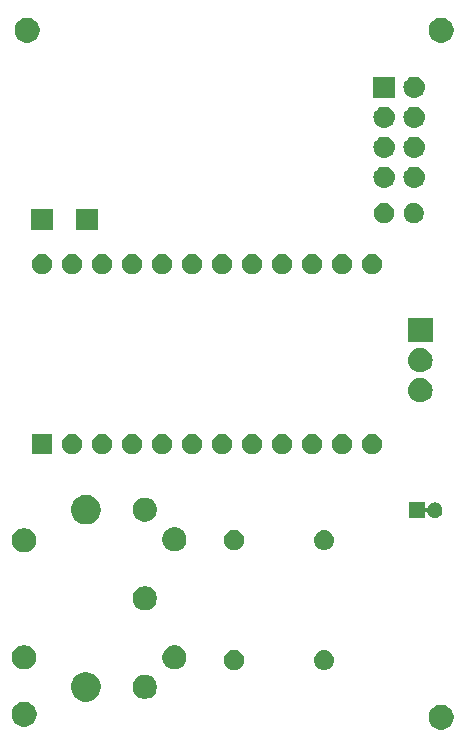
<source format=gbr>
G04 #@! TF.GenerationSoftware,KiCad,Pcbnew,(5.1.4-0-10_14)*
G04 #@! TF.CreationDate,2019-12-23T11:43:40-06:00*
G04 #@! TF.ProjectId,MIDI_RECEIVER,4d494449-5f52-4454-9345-495645522e6b,rev?*
G04 #@! TF.SameCoordinates,Original*
G04 #@! TF.FileFunction,Soldermask,Bot*
G04 #@! TF.FilePolarity,Negative*
%FSLAX46Y46*%
G04 Gerber Fmt 4.6, Leading zero omitted, Abs format (unit mm)*
G04 Created by KiCad (PCBNEW (5.1.4-0-10_14)) date 2019-12-23 11:43:40*
%MOMM*%
%LPD*%
G04 APERTURE LIST*
%ADD10C,0.100000*%
G04 APERTURE END LIST*
D10*
G36*
X139752564Y-136149389D02*
G01*
X139943833Y-136228615D01*
X139943835Y-136228616D01*
X139954926Y-136236027D01*
X140115973Y-136343635D01*
X140262365Y-136490027D01*
X140377385Y-136662167D01*
X140456611Y-136853436D01*
X140497000Y-137056484D01*
X140497000Y-137263516D01*
X140456611Y-137466564D01*
X140411292Y-137575973D01*
X140377384Y-137657835D01*
X140262365Y-137829973D01*
X140115973Y-137976365D01*
X139943835Y-138091384D01*
X139943834Y-138091385D01*
X139943833Y-138091385D01*
X139752564Y-138170611D01*
X139549516Y-138211000D01*
X139342484Y-138211000D01*
X139139436Y-138170611D01*
X138948167Y-138091385D01*
X138948166Y-138091385D01*
X138948165Y-138091384D01*
X138776027Y-137976365D01*
X138629635Y-137829973D01*
X138514616Y-137657835D01*
X138480708Y-137575973D01*
X138435389Y-137466564D01*
X138395000Y-137263516D01*
X138395000Y-137056484D01*
X138435389Y-136853436D01*
X138514615Y-136662167D01*
X138629635Y-136490027D01*
X138776027Y-136343635D01*
X138937074Y-136236027D01*
X138948165Y-136228616D01*
X138948167Y-136228615D01*
X139139436Y-136149389D01*
X139342484Y-136109000D01*
X139549516Y-136109000D01*
X139752564Y-136149389D01*
X139752564Y-136149389D01*
G37*
G36*
X104446564Y-135895389D02*
G01*
X104637833Y-135974615D01*
X104637835Y-135974616D01*
X104809973Y-136089635D01*
X104956365Y-136236027D01*
X105071385Y-136408167D01*
X105150611Y-136599436D01*
X105191000Y-136802484D01*
X105191000Y-137009516D01*
X105150611Y-137212564D01*
X105129506Y-137263516D01*
X105071384Y-137403835D01*
X104956365Y-137575973D01*
X104809973Y-137722365D01*
X104637835Y-137837384D01*
X104637834Y-137837385D01*
X104637833Y-137837385D01*
X104446564Y-137916611D01*
X104243516Y-137957000D01*
X104036484Y-137957000D01*
X103833436Y-137916611D01*
X103642167Y-137837385D01*
X103642166Y-137837385D01*
X103642165Y-137837384D01*
X103470027Y-137722365D01*
X103323635Y-137575973D01*
X103208616Y-137403835D01*
X103150494Y-137263516D01*
X103129389Y-137212564D01*
X103089000Y-137009516D01*
X103089000Y-136802484D01*
X103129389Y-136599436D01*
X103208615Y-136408167D01*
X103323635Y-136236027D01*
X103470027Y-136089635D01*
X103642165Y-135974616D01*
X103642167Y-135974615D01*
X103833436Y-135895389D01*
X104036484Y-135855000D01*
X104243516Y-135855000D01*
X104446564Y-135895389D01*
X104446564Y-135895389D01*
G37*
G36*
X109724903Y-133387075D02*
G01*
X109952571Y-133481378D01*
X110157466Y-133618285D01*
X110331715Y-133792534D01*
X110468622Y-133997429D01*
X110562925Y-134225097D01*
X110611000Y-134466787D01*
X110611000Y-134713213D01*
X110562925Y-134954903D01*
X110468622Y-135182571D01*
X110331715Y-135387466D01*
X110157466Y-135561715D01*
X109952571Y-135698622D01*
X109952570Y-135698623D01*
X109952569Y-135698623D01*
X109724903Y-135792925D01*
X109483214Y-135841000D01*
X109236786Y-135841000D01*
X108995097Y-135792925D01*
X108767431Y-135698623D01*
X108767430Y-135698623D01*
X108767429Y-135698622D01*
X108562534Y-135561715D01*
X108388285Y-135387466D01*
X108251378Y-135182571D01*
X108157075Y-134954903D01*
X108109000Y-134713213D01*
X108109000Y-134466787D01*
X108157075Y-134225097D01*
X108251378Y-133997429D01*
X108388285Y-133792534D01*
X108562534Y-133618285D01*
X108767429Y-133481378D01*
X108995097Y-133387075D01*
X109236786Y-133339000D01*
X109483214Y-133339000D01*
X109724903Y-133387075D01*
X109724903Y-133387075D01*
G37*
G36*
X114659272Y-133603428D02*
G01*
X114845991Y-133680770D01*
X114845993Y-133680771D01*
X115014037Y-133793054D01*
X115156946Y-133935963D01*
X115198016Y-133997429D01*
X115269230Y-134104009D01*
X115346572Y-134290728D01*
X115386000Y-134488947D01*
X115386000Y-134691053D01*
X115346572Y-134889272D01*
X115269230Y-135075991D01*
X115269229Y-135075993D01*
X115156946Y-135244037D01*
X115014037Y-135386946D01*
X114845993Y-135499229D01*
X114845992Y-135499230D01*
X114845991Y-135499230D01*
X114659272Y-135576572D01*
X114461053Y-135616000D01*
X114258947Y-135616000D01*
X114060728Y-135576572D01*
X113874009Y-135499230D01*
X113874008Y-135499230D01*
X113874007Y-135499229D01*
X113705963Y-135386946D01*
X113563054Y-135244037D01*
X113450771Y-135075993D01*
X113450770Y-135075991D01*
X113373428Y-134889272D01*
X113334000Y-134691053D01*
X113334000Y-134488947D01*
X113373428Y-134290728D01*
X113450770Y-134104009D01*
X113521984Y-133997429D01*
X113563054Y-133935963D01*
X113705963Y-133793054D01*
X113874007Y-133680771D01*
X113874009Y-133680770D01*
X114060728Y-133603428D01*
X114258947Y-133564000D01*
X114461053Y-133564000D01*
X114659272Y-133603428D01*
X114659272Y-133603428D01*
G37*
G36*
X129706823Y-131495313D02*
G01*
X129867242Y-131543976D01*
X129934361Y-131579852D01*
X130015078Y-131622996D01*
X130144659Y-131729341D01*
X130251004Y-131858922D01*
X130251005Y-131858924D01*
X130330024Y-132006758D01*
X130378687Y-132167177D01*
X130395117Y-132334000D01*
X130378687Y-132500823D01*
X130330024Y-132661242D01*
X130285769Y-132744037D01*
X130251004Y-132809078D01*
X130144659Y-132938659D01*
X130015078Y-133045004D01*
X130015076Y-133045005D01*
X129867242Y-133124024D01*
X129706823Y-133172687D01*
X129581804Y-133185000D01*
X129498196Y-133185000D01*
X129373177Y-133172687D01*
X129212758Y-133124024D01*
X129064924Y-133045005D01*
X129064922Y-133045004D01*
X128935341Y-132938659D01*
X128828996Y-132809078D01*
X128794231Y-132744037D01*
X128749976Y-132661242D01*
X128701313Y-132500823D01*
X128684883Y-132334000D01*
X128701313Y-132167177D01*
X128749976Y-132006758D01*
X128828995Y-131858924D01*
X128828996Y-131858922D01*
X128935341Y-131729341D01*
X129064922Y-131622996D01*
X129145639Y-131579852D01*
X129212758Y-131543976D01*
X129373177Y-131495313D01*
X129498196Y-131483000D01*
X129581804Y-131483000D01*
X129706823Y-131495313D01*
X129706823Y-131495313D01*
G37*
G36*
X122168228Y-131515703D02*
G01*
X122323100Y-131579853D01*
X122462481Y-131672985D01*
X122581015Y-131791519D01*
X122674147Y-131930900D01*
X122738297Y-132085772D01*
X122771000Y-132250184D01*
X122771000Y-132417816D01*
X122738297Y-132582228D01*
X122674147Y-132737100D01*
X122581015Y-132876481D01*
X122462481Y-132995015D01*
X122323100Y-133088147D01*
X122168228Y-133152297D01*
X122003816Y-133185000D01*
X121836184Y-133185000D01*
X121671772Y-133152297D01*
X121516900Y-133088147D01*
X121377519Y-132995015D01*
X121258985Y-132876481D01*
X121165853Y-132737100D01*
X121101703Y-132582228D01*
X121069000Y-132417816D01*
X121069000Y-132250184D01*
X121101703Y-132085772D01*
X121165853Y-131930900D01*
X121258985Y-131791519D01*
X121377519Y-131672985D01*
X121516900Y-131579853D01*
X121671772Y-131515703D01*
X121836184Y-131483000D01*
X122003816Y-131483000D01*
X122168228Y-131515703D01*
X122168228Y-131515703D01*
G37*
G36*
X117159272Y-131103428D02*
G01*
X117321851Y-131170771D01*
X117345993Y-131180771D01*
X117514037Y-131293054D01*
X117656946Y-131435963D01*
X117769229Y-131604007D01*
X117769230Y-131604009D01*
X117846572Y-131790728D01*
X117886000Y-131988947D01*
X117886000Y-132191053D01*
X117846572Y-132389272D01*
X117800365Y-132500825D01*
X117769229Y-132575993D01*
X117656946Y-132744037D01*
X117514037Y-132886946D01*
X117345993Y-132999229D01*
X117345992Y-132999230D01*
X117345991Y-132999230D01*
X117159272Y-133076572D01*
X116961053Y-133116000D01*
X116758947Y-133116000D01*
X116560728Y-133076572D01*
X116374009Y-132999230D01*
X116374008Y-132999230D01*
X116374007Y-132999229D01*
X116205963Y-132886946D01*
X116063054Y-132744037D01*
X115950771Y-132575993D01*
X115919635Y-132500825D01*
X115873428Y-132389272D01*
X115834000Y-132191053D01*
X115834000Y-131988947D01*
X115873428Y-131790728D01*
X115950770Y-131604009D01*
X115950771Y-131604007D01*
X116063054Y-131435963D01*
X116205963Y-131293054D01*
X116374007Y-131180771D01*
X116398149Y-131170771D01*
X116560728Y-131103428D01*
X116758947Y-131064000D01*
X116961053Y-131064000D01*
X117159272Y-131103428D01*
X117159272Y-131103428D01*
G37*
G36*
X104439272Y-131093428D02*
G01*
X104625991Y-131170770D01*
X104625993Y-131170771D01*
X104794037Y-131283054D01*
X104936946Y-131425963D01*
X105049229Y-131594007D01*
X105049230Y-131594009D01*
X105126572Y-131780728D01*
X105166000Y-131978947D01*
X105166000Y-132181053D01*
X105126572Y-132379272D01*
X105049230Y-132565991D01*
X105049229Y-132565993D01*
X104936946Y-132734037D01*
X104794037Y-132876946D01*
X104625993Y-132989229D01*
X104625992Y-132989230D01*
X104625991Y-132989230D01*
X104439272Y-133066572D01*
X104241053Y-133106000D01*
X104038947Y-133106000D01*
X103840728Y-133066572D01*
X103654009Y-132989230D01*
X103654008Y-132989230D01*
X103654007Y-132989229D01*
X103485963Y-132876946D01*
X103343054Y-132734037D01*
X103230771Y-132565993D01*
X103230770Y-132565991D01*
X103153428Y-132379272D01*
X103114000Y-132181053D01*
X103114000Y-131978947D01*
X103153428Y-131780728D01*
X103230770Y-131594009D01*
X103230771Y-131594007D01*
X103343054Y-131425963D01*
X103485963Y-131283054D01*
X103654007Y-131170771D01*
X103654009Y-131170770D01*
X103840728Y-131093428D01*
X104038947Y-131054000D01*
X104241053Y-131054000D01*
X104439272Y-131093428D01*
X104439272Y-131093428D01*
G37*
G36*
X114659272Y-126103428D02*
G01*
X114845991Y-126180770D01*
X114845993Y-126180771D01*
X115014037Y-126293054D01*
X115156946Y-126435963D01*
X115269229Y-126604007D01*
X115269230Y-126604009D01*
X115346572Y-126790728D01*
X115386000Y-126988947D01*
X115386000Y-127191053D01*
X115346572Y-127389272D01*
X115269230Y-127575991D01*
X115269229Y-127575993D01*
X115156946Y-127744037D01*
X115014037Y-127886946D01*
X114845993Y-127999229D01*
X114845992Y-127999230D01*
X114845991Y-127999230D01*
X114659272Y-128076572D01*
X114461053Y-128116000D01*
X114258947Y-128116000D01*
X114060728Y-128076572D01*
X113874009Y-127999230D01*
X113874008Y-127999230D01*
X113874007Y-127999229D01*
X113705963Y-127886946D01*
X113563054Y-127744037D01*
X113450771Y-127575993D01*
X113450770Y-127575991D01*
X113373428Y-127389272D01*
X113334000Y-127191053D01*
X113334000Y-126988947D01*
X113373428Y-126790728D01*
X113450770Y-126604009D01*
X113450771Y-126604007D01*
X113563054Y-126435963D01*
X113705963Y-126293054D01*
X113874007Y-126180771D01*
X113874009Y-126180770D01*
X114060728Y-126103428D01*
X114258947Y-126064000D01*
X114461053Y-126064000D01*
X114659272Y-126103428D01*
X114659272Y-126103428D01*
G37*
G36*
X104439272Y-121187428D02*
G01*
X104625991Y-121264770D01*
X104625993Y-121264771D01*
X104794037Y-121377054D01*
X104936946Y-121519963D01*
X105049229Y-121688007D01*
X105049230Y-121688009D01*
X105126572Y-121874728D01*
X105166000Y-122072947D01*
X105166000Y-122275053D01*
X105126572Y-122473272D01*
X105053751Y-122649076D01*
X105049229Y-122659993D01*
X104936946Y-122828037D01*
X104794037Y-122970946D01*
X104625993Y-123083229D01*
X104625992Y-123083230D01*
X104625991Y-123083230D01*
X104439272Y-123160572D01*
X104241053Y-123200000D01*
X104038947Y-123200000D01*
X103840728Y-123160572D01*
X103654009Y-123083230D01*
X103654008Y-123083230D01*
X103654007Y-123083229D01*
X103485963Y-122970946D01*
X103343054Y-122828037D01*
X103230771Y-122659993D01*
X103226249Y-122649076D01*
X103153428Y-122473272D01*
X103114000Y-122275053D01*
X103114000Y-122072947D01*
X103153428Y-121874728D01*
X103230770Y-121688009D01*
X103230771Y-121688007D01*
X103343054Y-121519963D01*
X103485963Y-121377054D01*
X103654007Y-121264771D01*
X103654009Y-121264770D01*
X103840728Y-121187428D01*
X104038947Y-121148000D01*
X104241053Y-121148000D01*
X104439272Y-121187428D01*
X104439272Y-121187428D01*
G37*
G36*
X117159272Y-121103428D02*
G01*
X117345991Y-121180770D01*
X117345993Y-121180771D01*
X117514037Y-121293054D01*
X117656946Y-121435963D01*
X117713073Y-121519964D01*
X117769230Y-121604009D01*
X117846572Y-121790728D01*
X117886000Y-121988947D01*
X117886000Y-122191053D01*
X117846572Y-122389272D01*
X117811777Y-122473273D01*
X117769229Y-122575993D01*
X117656946Y-122744037D01*
X117514037Y-122886946D01*
X117345993Y-122999229D01*
X117345992Y-122999230D01*
X117345991Y-122999230D01*
X117159272Y-123076572D01*
X116961053Y-123116000D01*
X116758947Y-123116000D01*
X116560728Y-123076572D01*
X116374009Y-122999230D01*
X116374008Y-122999230D01*
X116374007Y-122999229D01*
X116205963Y-122886946D01*
X116063054Y-122744037D01*
X115950771Y-122575993D01*
X115908223Y-122473273D01*
X115873428Y-122389272D01*
X115834000Y-122191053D01*
X115834000Y-121988947D01*
X115873428Y-121790728D01*
X115950770Y-121604009D01*
X116006927Y-121519964D01*
X116063054Y-121435963D01*
X116205963Y-121293054D01*
X116374007Y-121180771D01*
X116374009Y-121180770D01*
X116560728Y-121103428D01*
X116758947Y-121064000D01*
X116961053Y-121064000D01*
X117159272Y-121103428D01*
X117159272Y-121103428D01*
G37*
G36*
X129706823Y-121335313D02*
G01*
X129867242Y-121383976D01*
X129999906Y-121454886D01*
X130015078Y-121462996D01*
X130144659Y-121569341D01*
X130251004Y-121698922D01*
X130251005Y-121698924D01*
X130330024Y-121846758D01*
X130378687Y-122007177D01*
X130395117Y-122174000D01*
X130378687Y-122340823D01*
X130330024Y-122501242D01*
X130289477Y-122577100D01*
X130251004Y-122649078D01*
X130144659Y-122778659D01*
X130015078Y-122885004D01*
X130015076Y-122885005D01*
X129867242Y-122964024D01*
X129706823Y-123012687D01*
X129581804Y-123025000D01*
X129498196Y-123025000D01*
X129373177Y-123012687D01*
X129212758Y-122964024D01*
X129064924Y-122885005D01*
X129064922Y-122885004D01*
X128935341Y-122778659D01*
X128828996Y-122649078D01*
X128790523Y-122577100D01*
X128749976Y-122501242D01*
X128701313Y-122340823D01*
X128684883Y-122174000D01*
X128701313Y-122007177D01*
X128749976Y-121846758D01*
X128828995Y-121698924D01*
X128828996Y-121698922D01*
X128935341Y-121569341D01*
X129064922Y-121462996D01*
X129080094Y-121454886D01*
X129212758Y-121383976D01*
X129373177Y-121335313D01*
X129498196Y-121323000D01*
X129581804Y-121323000D01*
X129706823Y-121335313D01*
X129706823Y-121335313D01*
G37*
G36*
X122168228Y-121355703D02*
G01*
X122323100Y-121419853D01*
X122462481Y-121512985D01*
X122581015Y-121631519D01*
X122674147Y-121770900D01*
X122738297Y-121925772D01*
X122771000Y-122090184D01*
X122771000Y-122257816D01*
X122738297Y-122422228D01*
X122674147Y-122577100D01*
X122581015Y-122716481D01*
X122462481Y-122835015D01*
X122323100Y-122928147D01*
X122168228Y-122992297D01*
X122003816Y-123025000D01*
X121836184Y-123025000D01*
X121671772Y-122992297D01*
X121516900Y-122928147D01*
X121377519Y-122835015D01*
X121258985Y-122716481D01*
X121165853Y-122577100D01*
X121101703Y-122422228D01*
X121069000Y-122257816D01*
X121069000Y-122090184D01*
X121101703Y-121925772D01*
X121165853Y-121770900D01*
X121258985Y-121631519D01*
X121377519Y-121512985D01*
X121516900Y-121419853D01*
X121671772Y-121355703D01*
X121836184Y-121323000D01*
X122003816Y-121323000D01*
X122168228Y-121355703D01*
X122168228Y-121355703D01*
G37*
G36*
X109724903Y-118387075D02*
G01*
X109952571Y-118481378D01*
X110157466Y-118618285D01*
X110331715Y-118792534D01*
X110468622Y-118997429D01*
X110468623Y-118997431D01*
X110562925Y-119225097D01*
X110606169Y-119442497D01*
X110611000Y-119466787D01*
X110611000Y-119713213D01*
X110562925Y-119954903D01*
X110468622Y-120182571D01*
X110331715Y-120387466D01*
X110157466Y-120561715D01*
X109952571Y-120698622D01*
X109952570Y-120698623D01*
X109952569Y-120698623D01*
X109724903Y-120792925D01*
X109483214Y-120841000D01*
X109236786Y-120841000D01*
X108995097Y-120792925D01*
X108767431Y-120698623D01*
X108767430Y-120698623D01*
X108767429Y-120698622D01*
X108562534Y-120561715D01*
X108388285Y-120387466D01*
X108251378Y-120182571D01*
X108157075Y-119954903D01*
X108109000Y-119713213D01*
X108109000Y-119466787D01*
X108113832Y-119442497D01*
X108157075Y-119225097D01*
X108251377Y-118997431D01*
X108251378Y-118997429D01*
X108388285Y-118792534D01*
X108562534Y-118618285D01*
X108767429Y-118481378D01*
X108995097Y-118387075D01*
X109236786Y-118339000D01*
X109483214Y-118339000D01*
X109724903Y-118387075D01*
X109724903Y-118387075D01*
G37*
G36*
X114659272Y-118603428D02*
G01*
X114845991Y-118680770D01*
X114845993Y-118680771D01*
X115014037Y-118793054D01*
X115156946Y-118935963D01*
X115269229Y-119104007D01*
X115269230Y-119104009D01*
X115346572Y-119290728D01*
X115386000Y-119488947D01*
X115386000Y-119691053D01*
X115346572Y-119889272D01*
X115280415Y-120048988D01*
X115269229Y-120075993D01*
X115156946Y-120244037D01*
X115014037Y-120386946D01*
X114845993Y-120499229D01*
X114845992Y-120499230D01*
X114845991Y-120499230D01*
X114659272Y-120576572D01*
X114461053Y-120616000D01*
X114258947Y-120616000D01*
X114060728Y-120576572D01*
X113874009Y-120499230D01*
X113874008Y-120499230D01*
X113874007Y-120499229D01*
X113705963Y-120386946D01*
X113563054Y-120244037D01*
X113450771Y-120075993D01*
X113439585Y-120048988D01*
X113373428Y-119889272D01*
X113334000Y-119691053D01*
X113334000Y-119488947D01*
X113373428Y-119290728D01*
X113450770Y-119104009D01*
X113450771Y-119104007D01*
X113563054Y-118935963D01*
X113705963Y-118793054D01*
X113874007Y-118680771D01*
X113874009Y-118680770D01*
X114060728Y-118603428D01*
X114258947Y-118564000D01*
X114461053Y-118564000D01*
X114659272Y-118603428D01*
X114659272Y-118603428D01*
G37*
G36*
X138065000Y-119354109D02*
G01*
X138067402Y-119378495D01*
X138074515Y-119401944D01*
X138086066Y-119423555D01*
X138101611Y-119442497D01*
X138120553Y-119458042D01*
X138142164Y-119469593D01*
X138165613Y-119476706D01*
X138189999Y-119479108D01*
X138214385Y-119476706D01*
X138237834Y-119469593D01*
X138259445Y-119458042D01*
X138278387Y-119442497D01*
X138293932Y-119423555D01*
X138305483Y-119401944D01*
X138337090Y-119325638D01*
X138360417Y-119290727D01*
X138408335Y-119219012D01*
X138499012Y-119128335D01*
X138605636Y-119057091D01*
X138724110Y-119008017D01*
X138849881Y-118983000D01*
X138978119Y-118983000D01*
X139103890Y-119008017D01*
X139222364Y-119057091D01*
X139328988Y-119128335D01*
X139419665Y-119219012D01*
X139467584Y-119290727D01*
X139490910Y-119325638D01*
X139539983Y-119444110D01*
X139565000Y-119569881D01*
X139565000Y-119698119D01*
X139561997Y-119713214D01*
X139539983Y-119823890D01*
X139490909Y-119942364D01*
X139419665Y-120048988D01*
X139328988Y-120139665D01*
X139222364Y-120210909D01*
X139222363Y-120210910D01*
X139222362Y-120210910D01*
X139103890Y-120259983D01*
X138978119Y-120285000D01*
X138849881Y-120285000D01*
X138724110Y-120259983D01*
X138605638Y-120210910D01*
X138605637Y-120210910D01*
X138605636Y-120210909D01*
X138499012Y-120139665D01*
X138408335Y-120048988D01*
X138337091Y-119942364D01*
X138305483Y-119866055D01*
X138293932Y-119844445D01*
X138278387Y-119825503D01*
X138259445Y-119809958D01*
X138237834Y-119798407D01*
X138214385Y-119791294D01*
X138189999Y-119788892D01*
X138165613Y-119791294D01*
X138142164Y-119798407D01*
X138120553Y-119809958D01*
X138101611Y-119825503D01*
X138086066Y-119844445D01*
X138074515Y-119866056D01*
X138067402Y-119889505D01*
X138065000Y-119913891D01*
X138065000Y-120285000D01*
X136763000Y-120285000D01*
X136763000Y-118983000D01*
X138065000Y-118983000D01*
X138065000Y-119354109D01*
X138065000Y-119354109D01*
G37*
G36*
X131312228Y-113227703D02*
G01*
X131467100Y-113291853D01*
X131606481Y-113384985D01*
X131725015Y-113503519D01*
X131818147Y-113642900D01*
X131882297Y-113797772D01*
X131915000Y-113962184D01*
X131915000Y-114129816D01*
X131882297Y-114294228D01*
X131818147Y-114449100D01*
X131725015Y-114588481D01*
X131606481Y-114707015D01*
X131467100Y-114800147D01*
X131312228Y-114864297D01*
X131147816Y-114897000D01*
X130980184Y-114897000D01*
X130815772Y-114864297D01*
X130660900Y-114800147D01*
X130521519Y-114707015D01*
X130402985Y-114588481D01*
X130309853Y-114449100D01*
X130245703Y-114294228D01*
X130213000Y-114129816D01*
X130213000Y-113962184D01*
X130245703Y-113797772D01*
X130309853Y-113642900D01*
X130402985Y-113503519D01*
X130521519Y-113384985D01*
X130660900Y-113291853D01*
X130815772Y-113227703D01*
X130980184Y-113195000D01*
X131147816Y-113195000D01*
X131312228Y-113227703D01*
X131312228Y-113227703D01*
G37*
G36*
X133852228Y-113227703D02*
G01*
X134007100Y-113291853D01*
X134146481Y-113384985D01*
X134265015Y-113503519D01*
X134358147Y-113642900D01*
X134422297Y-113797772D01*
X134455000Y-113962184D01*
X134455000Y-114129816D01*
X134422297Y-114294228D01*
X134358147Y-114449100D01*
X134265015Y-114588481D01*
X134146481Y-114707015D01*
X134007100Y-114800147D01*
X133852228Y-114864297D01*
X133687816Y-114897000D01*
X133520184Y-114897000D01*
X133355772Y-114864297D01*
X133200900Y-114800147D01*
X133061519Y-114707015D01*
X132942985Y-114588481D01*
X132849853Y-114449100D01*
X132785703Y-114294228D01*
X132753000Y-114129816D01*
X132753000Y-113962184D01*
X132785703Y-113797772D01*
X132849853Y-113642900D01*
X132942985Y-113503519D01*
X133061519Y-113384985D01*
X133200900Y-113291853D01*
X133355772Y-113227703D01*
X133520184Y-113195000D01*
X133687816Y-113195000D01*
X133852228Y-113227703D01*
X133852228Y-113227703D01*
G37*
G36*
X106515000Y-114897000D02*
G01*
X104813000Y-114897000D01*
X104813000Y-113195000D01*
X106515000Y-113195000D01*
X106515000Y-114897000D01*
X106515000Y-114897000D01*
G37*
G36*
X108452228Y-113227703D02*
G01*
X108607100Y-113291853D01*
X108746481Y-113384985D01*
X108865015Y-113503519D01*
X108958147Y-113642900D01*
X109022297Y-113797772D01*
X109055000Y-113962184D01*
X109055000Y-114129816D01*
X109022297Y-114294228D01*
X108958147Y-114449100D01*
X108865015Y-114588481D01*
X108746481Y-114707015D01*
X108607100Y-114800147D01*
X108452228Y-114864297D01*
X108287816Y-114897000D01*
X108120184Y-114897000D01*
X107955772Y-114864297D01*
X107800900Y-114800147D01*
X107661519Y-114707015D01*
X107542985Y-114588481D01*
X107449853Y-114449100D01*
X107385703Y-114294228D01*
X107353000Y-114129816D01*
X107353000Y-113962184D01*
X107385703Y-113797772D01*
X107449853Y-113642900D01*
X107542985Y-113503519D01*
X107661519Y-113384985D01*
X107800900Y-113291853D01*
X107955772Y-113227703D01*
X108120184Y-113195000D01*
X108287816Y-113195000D01*
X108452228Y-113227703D01*
X108452228Y-113227703D01*
G37*
G36*
X110992228Y-113227703D02*
G01*
X111147100Y-113291853D01*
X111286481Y-113384985D01*
X111405015Y-113503519D01*
X111498147Y-113642900D01*
X111562297Y-113797772D01*
X111595000Y-113962184D01*
X111595000Y-114129816D01*
X111562297Y-114294228D01*
X111498147Y-114449100D01*
X111405015Y-114588481D01*
X111286481Y-114707015D01*
X111147100Y-114800147D01*
X110992228Y-114864297D01*
X110827816Y-114897000D01*
X110660184Y-114897000D01*
X110495772Y-114864297D01*
X110340900Y-114800147D01*
X110201519Y-114707015D01*
X110082985Y-114588481D01*
X109989853Y-114449100D01*
X109925703Y-114294228D01*
X109893000Y-114129816D01*
X109893000Y-113962184D01*
X109925703Y-113797772D01*
X109989853Y-113642900D01*
X110082985Y-113503519D01*
X110201519Y-113384985D01*
X110340900Y-113291853D01*
X110495772Y-113227703D01*
X110660184Y-113195000D01*
X110827816Y-113195000D01*
X110992228Y-113227703D01*
X110992228Y-113227703D01*
G37*
G36*
X113532228Y-113227703D02*
G01*
X113687100Y-113291853D01*
X113826481Y-113384985D01*
X113945015Y-113503519D01*
X114038147Y-113642900D01*
X114102297Y-113797772D01*
X114135000Y-113962184D01*
X114135000Y-114129816D01*
X114102297Y-114294228D01*
X114038147Y-114449100D01*
X113945015Y-114588481D01*
X113826481Y-114707015D01*
X113687100Y-114800147D01*
X113532228Y-114864297D01*
X113367816Y-114897000D01*
X113200184Y-114897000D01*
X113035772Y-114864297D01*
X112880900Y-114800147D01*
X112741519Y-114707015D01*
X112622985Y-114588481D01*
X112529853Y-114449100D01*
X112465703Y-114294228D01*
X112433000Y-114129816D01*
X112433000Y-113962184D01*
X112465703Y-113797772D01*
X112529853Y-113642900D01*
X112622985Y-113503519D01*
X112741519Y-113384985D01*
X112880900Y-113291853D01*
X113035772Y-113227703D01*
X113200184Y-113195000D01*
X113367816Y-113195000D01*
X113532228Y-113227703D01*
X113532228Y-113227703D01*
G37*
G36*
X116072228Y-113227703D02*
G01*
X116227100Y-113291853D01*
X116366481Y-113384985D01*
X116485015Y-113503519D01*
X116578147Y-113642900D01*
X116642297Y-113797772D01*
X116675000Y-113962184D01*
X116675000Y-114129816D01*
X116642297Y-114294228D01*
X116578147Y-114449100D01*
X116485015Y-114588481D01*
X116366481Y-114707015D01*
X116227100Y-114800147D01*
X116072228Y-114864297D01*
X115907816Y-114897000D01*
X115740184Y-114897000D01*
X115575772Y-114864297D01*
X115420900Y-114800147D01*
X115281519Y-114707015D01*
X115162985Y-114588481D01*
X115069853Y-114449100D01*
X115005703Y-114294228D01*
X114973000Y-114129816D01*
X114973000Y-113962184D01*
X115005703Y-113797772D01*
X115069853Y-113642900D01*
X115162985Y-113503519D01*
X115281519Y-113384985D01*
X115420900Y-113291853D01*
X115575772Y-113227703D01*
X115740184Y-113195000D01*
X115907816Y-113195000D01*
X116072228Y-113227703D01*
X116072228Y-113227703D01*
G37*
G36*
X118612228Y-113227703D02*
G01*
X118767100Y-113291853D01*
X118906481Y-113384985D01*
X119025015Y-113503519D01*
X119118147Y-113642900D01*
X119182297Y-113797772D01*
X119215000Y-113962184D01*
X119215000Y-114129816D01*
X119182297Y-114294228D01*
X119118147Y-114449100D01*
X119025015Y-114588481D01*
X118906481Y-114707015D01*
X118767100Y-114800147D01*
X118612228Y-114864297D01*
X118447816Y-114897000D01*
X118280184Y-114897000D01*
X118115772Y-114864297D01*
X117960900Y-114800147D01*
X117821519Y-114707015D01*
X117702985Y-114588481D01*
X117609853Y-114449100D01*
X117545703Y-114294228D01*
X117513000Y-114129816D01*
X117513000Y-113962184D01*
X117545703Y-113797772D01*
X117609853Y-113642900D01*
X117702985Y-113503519D01*
X117821519Y-113384985D01*
X117960900Y-113291853D01*
X118115772Y-113227703D01*
X118280184Y-113195000D01*
X118447816Y-113195000D01*
X118612228Y-113227703D01*
X118612228Y-113227703D01*
G37*
G36*
X121152228Y-113227703D02*
G01*
X121307100Y-113291853D01*
X121446481Y-113384985D01*
X121565015Y-113503519D01*
X121658147Y-113642900D01*
X121722297Y-113797772D01*
X121755000Y-113962184D01*
X121755000Y-114129816D01*
X121722297Y-114294228D01*
X121658147Y-114449100D01*
X121565015Y-114588481D01*
X121446481Y-114707015D01*
X121307100Y-114800147D01*
X121152228Y-114864297D01*
X120987816Y-114897000D01*
X120820184Y-114897000D01*
X120655772Y-114864297D01*
X120500900Y-114800147D01*
X120361519Y-114707015D01*
X120242985Y-114588481D01*
X120149853Y-114449100D01*
X120085703Y-114294228D01*
X120053000Y-114129816D01*
X120053000Y-113962184D01*
X120085703Y-113797772D01*
X120149853Y-113642900D01*
X120242985Y-113503519D01*
X120361519Y-113384985D01*
X120500900Y-113291853D01*
X120655772Y-113227703D01*
X120820184Y-113195000D01*
X120987816Y-113195000D01*
X121152228Y-113227703D01*
X121152228Y-113227703D01*
G37*
G36*
X123692228Y-113227703D02*
G01*
X123847100Y-113291853D01*
X123986481Y-113384985D01*
X124105015Y-113503519D01*
X124198147Y-113642900D01*
X124262297Y-113797772D01*
X124295000Y-113962184D01*
X124295000Y-114129816D01*
X124262297Y-114294228D01*
X124198147Y-114449100D01*
X124105015Y-114588481D01*
X123986481Y-114707015D01*
X123847100Y-114800147D01*
X123692228Y-114864297D01*
X123527816Y-114897000D01*
X123360184Y-114897000D01*
X123195772Y-114864297D01*
X123040900Y-114800147D01*
X122901519Y-114707015D01*
X122782985Y-114588481D01*
X122689853Y-114449100D01*
X122625703Y-114294228D01*
X122593000Y-114129816D01*
X122593000Y-113962184D01*
X122625703Y-113797772D01*
X122689853Y-113642900D01*
X122782985Y-113503519D01*
X122901519Y-113384985D01*
X123040900Y-113291853D01*
X123195772Y-113227703D01*
X123360184Y-113195000D01*
X123527816Y-113195000D01*
X123692228Y-113227703D01*
X123692228Y-113227703D01*
G37*
G36*
X126232228Y-113227703D02*
G01*
X126387100Y-113291853D01*
X126526481Y-113384985D01*
X126645015Y-113503519D01*
X126738147Y-113642900D01*
X126802297Y-113797772D01*
X126835000Y-113962184D01*
X126835000Y-114129816D01*
X126802297Y-114294228D01*
X126738147Y-114449100D01*
X126645015Y-114588481D01*
X126526481Y-114707015D01*
X126387100Y-114800147D01*
X126232228Y-114864297D01*
X126067816Y-114897000D01*
X125900184Y-114897000D01*
X125735772Y-114864297D01*
X125580900Y-114800147D01*
X125441519Y-114707015D01*
X125322985Y-114588481D01*
X125229853Y-114449100D01*
X125165703Y-114294228D01*
X125133000Y-114129816D01*
X125133000Y-113962184D01*
X125165703Y-113797772D01*
X125229853Y-113642900D01*
X125322985Y-113503519D01*
X125441519Y-113384985D01*
X125580900Y-113291853D01*
X125735772Y-113227703D01*
X125900184Y-113195000D01*
X126067816Y-113195000D01*
X126232228Y-113227703D01*
X126232228Y-113227703D01*
G37*
G36*
X128772228Y-113227703D02*
G01*
X128927100Y-113291853D01*
X129066481Y-113384985D01*
X129185015Y-113503519D01*
X129278147Y-113642900D01*
X129342297Y-113797772D01*
X129375000Y-113962184D01*
X129375000Y-114129816D01*
X129342297Y-114294228D01*
X129278147Y-114449100D01*
X129185015Y-114588481D01*
X129066481Y-114707015D01*
X128927100Y-114800147D01*
X128772228Y-114864297D01*
X128607816Y-114897000D01*
X128440184Y-114897000D01*
X128275772Y-114864297D01*
X128120900Y-114800147D01*
X127981519Y-114707015D01*
X127862985Y-114588481D01*
X127769853Y-114449100D01*
X127705703Y-114294228D01*
X127673000Y-114129816D01*
X127673000Y-113962184D01*
X127705703Y-113797772D01*
X127769853Y-113642900D01*
X127862985Y-113503519D01*
X127981519Y-113384985D01*
X128120900Y-113291853D01*
X128275772Y-113227703D01*
X128440184Y-113195000D01*
X128607816Y-113195000D01*
X128772228Y-113227703D01*
X128772228Y-113227703D01*
G37*
G36*
X137813936Y-108475340D02*
G01*
X137912220Y-108485020D01*
X138101381Y-108542401D01*
X138275712Y-108635583D01*
X138428515Y-108760985D01*
X138553917Y-108913788D01*
X138647099Y-109088119D01*
X138704480Y-109277280D01*
X138723855Y-109474000D01*
X138704480Y-109670720D01*
X138647099Y-109859881D01*
X138553917Y-110034212D01*
X138428515Y-110187015D01*
X138275712Y-110312417D01*
X138101381Y-110405599D01*
X137912220Y-110462980D01*
X137813936Y-110472660D01*
X137764795Y-110477500D01*
X137571205Y-110477500D01*
X137522064Y-110472660D01*
X137423780Y-110462980D01*
X137234619Y-110405599D01*
X137060288Y-110312417D01*
X136907485Y-110187015D01*
X136782083Y-110034212D01*
X136688901Y-109859881D01*
X136631520Y-109670720D01*
X136612145Y-109474000D01*
X136631520Y-109277280D01*
X136688901Y-109088119D01*
X136782083Y-108913788D01*
X136907485Y-108760985D01*
X137060288Y-108635583D01*
X137234619Y-108542401D01*
X137423780Y-108485020D01*
X137522064Y-108475340D01*
X137571205Y-108470500D01*
X137764795Y-108470500D01*
X137813936Y-108475340D01*
X137813936Y-108475340D01*
G37*
G36*
X137813936Y-105935340D02*
G01*
X137912220Y-105945020D01*
X138101381Y-106002401D01*
X138275712Y-106095583D01*
X138428515Y-106220985D01*
X138553917Y-106373788D01*
X138647099Y-106548119D01*
X138704480Y-106737280D01*
X138723855Y-106934000D01*
X138704480Y-107130720D01*
X138647099Y-107319881D01*
X138553917Y-107494212D01*
X138428515Y-107647015D01*
X138275712Y-107772417D01*
X138101381Y-107865599D01*
X137912220Y-107922980D01*
X137813936Y-107932660D01*
X137764795Y-107937500D01*
X137571205Y-107937500D01*
X137522064Y-107932660D01*
X137423780Y-107922980D01*
X137234619Y-107865599D01*
X137060288Y-107772417D01*
X136907485Y-107647015D01*
X136782083Y-107494212D01*
X136688901Y-107319881D01*
X136631520Y-107130720D01*
X136612145Y-106934000D01*
X136631520Y-106737280D01*
X136688901Y-106548119D01*
X136782083Y-106373788D01*
X136907485Y-106220985D01*
X137060288Y-106095583D01*
X137234619Y-106002401D01*
X137423780Y-105945020D01*
X137522064Y-105935340D01*
X137571205Y-105930500D01*
X137764795Y-105930500D01*
X137813936Y-105935340D01*
X137813936Y-105935340D01*
G37*
G36*
X138719000Y-105397500D02*
G01*
X136617000Y-105397500D01*
X136617000Y-103390500D01*
X138719000Y-103390500D01*
X138719000Y-105397500D01*
X138719000Y-105397500D01*
G37*
G36*
X113532228Y-97987703D02*
G01*
X113687100Y-98051853D01*
X113826481Y-98144985D01*
X113945015Y-98263519D01*
X114038147Y-98402900D01*
X114102297Y-98557772D01*
X114135000Y-98722184D01*
X114135000Y-98889816D01*
X114102297Y-99054228D01*
X114038147Y-99209100D01*
X113945015Y-99348481D01*
X113826481Y-99467015D01*
X113687100Y-99560147D01*
X113532228Y-99624297D01*
X113367816Y-99657000D01*
X113200184Y-99657000D01*
X113035772Y-99624297D01*
X112880900Y-99560147D01*
X112741519Y-99467015D01*
X112622985Y-99348481D01*
X112529853Y-99209100D01*
X112465703Y-99054228D01*
X112433000Y-98889816D01*
X112433000Y-98722184D01*
X112465703Y-98557772D01*
X112529853Y-98402900D01*
X112622985Y-98263519D01*
X112741519Y-98144985D01*
X112880900Y-98051853D01*
X113035772Y-97987703D01*
X113200184Y-97955000D01*
X113367816Y-97955000D01*
X113532228Y-97987703D01*
X113532228Y-97987703D01*
G37*
G36*
X105912228Y-97987703D02*
G01*
X106067100Y-98051853D01*
X106206481Y-98144985D01*
X106325015Y-98263519D01*
X106418147Y-98402900D01*
X106482297Y-98557772D01*
X106515000Y-98722184D01*
X106515000Y-98889816D01*
X106482297Y-99054228D01*
X106418147Y-99209100D01*
X106325015Y-99348481D01*
X106206481Y-99467015D01*
X106067100Y-99560147D01*
X105912228Y-99624297D01*
X105747816Y-99657000D01*
X105580184Y-99657000D01*
X105415772Y-99624297D01*
X105260900Y-99560147D01*
X105121519Y-99467015D01*
X105002985Y-99348481D01*
X104909853Y-99209100D01*
X104845703Y-99054228D01*
X104813000Y-98889816D01*
X104813000Y-98722184D01*
X104845703Y-98557772D01*
X104909853Y-98402900D01*
X105002985Y-98263519D01*
X105121519Y-98144985D01*
X105260900Y-98051853D01*
X105415772Y-97987703D01*
X105580184Y-97955000D01*
X105747816Y-97955000D01*
X105912228Y-97987703D01*
X105912228Y-97987703D01*
G37*
G36*
X108452228Y-97987703D02*
G01*
X108607100Y-98051853D01*
X108746481Y-98144985D01*
X108865015Y-98263519D01*
X108958147Y-98402900D01*
X109022297Y-98557772D01*
X109055000Y-98722184D01*
X109055000Y-98889816D01*
X109022297Y-99054228D01*
X108958147Y-99209100D01*
X108865015Y-99348481D01*
X108746481Y-99467015D01*
X108607100Y-99560147D01*
X108452228Y-99624297D01*
X108287816Y-99657000D01*
X108120184Y-99657000D01*
X107955772Y-99624297D01*
X107800900Y-99560147D01*
X107661519Y-99467015D01*
X107542985Y-99348481D01*
X107449853Y-99209100D01*
X107385703Y-99054228D01*
X107353000Y-98889816D01*
X107353000Y-98722184D01*
X107385703Y-98557772D01*
X107449853Y-98402900D01*
X107542985Y-98263519D01*
X107661519Y-98144985D01*
X107800900Y-98051853D01*
X107955772Y-97987703D01*
X108120184Y-97955000D01*
X108287816Y-97955000D01*
X108452228Y-97987703D01*
X108452228Y-97987703D01*
G37*
G36*
X110992228Y-97987703D02*
G01*
X111147100Y-98051853D01*
X111286481Y-98144985D01*
X111405015Y-98263519D01*
X111498147Y-98402900D01*
X111562297Y-98557772D01*
X111595000Y-98722184D01*
X111595000Y-98889816D01*
X111562297Y-99054228D01*
X111498147Y-99209100D01*
X111405015Y-99348481D01*
X111286481Y-99467015D01*
X111147100Y-99560147D01*
X110992228Y-99624297D01*
X110827816Y-99657000D01*
X110660184Y-99657000D01*
X110495772Y-99624297D01*
X110340900Y-99560147D01*
X110201519Y-99467015D01*
X110082985Y-99348481D01*
X109989853Y-99209100D01*
X109925703Y-99054228D01*
X109893000Y-98889816D01*
X109893000Y-98722184D01*
X109925703Y-98557772D01*
X109989853Y-98402900D01*
X110082985Y-98263519D01*
X110201519Y-98144985D01*
X110340900Y-98051853D01*
X110495772Y-97987703D01*
X110660184Y-97955000D01*
X110827816Y-97955000D01*
X110992228Y-97987703D01*
X110992228Y-97987703D01*
G37*
G36*
X116072228Y-97987703D02*
G01*
X116227100Y-98051853D01*
X116366481Y-98144985D01*
X116485015Y-98263519D01*
X116578147Y-98402900D01*
X116642297Y-98557772D01*
X116675000Y-98722184D01*
X116675000Y-98889816D01*
X116642297Y-99054228D01*
X116578147Y-99209100D01*
X116485015Y-99348481D01*
X116366481Y-99467015D01*
X116227100Y-99560147D01*
X116072228Y-99624297D01*
X115907816Y-99657000D01*
X115740184Y-99657000D01*
X115575772Y-99624297D01*
X115420900Y-99560147D01*
X115281519Y-99467015D01*
X115162985Y-99348481D01*
X115069853Y-99209100D01*
X115005703Y-99054228D01*
X114973000Y-98889816D01*
X114973000Y-98722184D01*
X115005703Y-98557772D01*
X115069853Y-98402900D01*
X115162985Y-98263519D01*
X115281519Y-98144985D01*
X115420900Y-98051853D01*
X115575772Y-97987703D01*
X115740184Y-97955000D01*
X115907816Y-97955000D01*
X116072228Y-97987703D01*
X116072228Y-97987703D01*
G37*
G36*
X118612228Y-97987703D02*
G01*
X118767100Y-98051853D01*
X118906481Y-98144985D01*
X119025015Y-98263519D01*
X119118147Y-98402900D01*
X119182297Y-98557772D01*
X119215000Y-98722184D01*
X119215000Y-98889816D01*
X119182297Y-99054228D01*
X119118147Y-99209100D01*
X119025015Y-99348481D01*
X118906481Y-99467015D01*
X118767100Y-99560147D01*
X118612228Y-99624297D01*
X118447816Y-99657000D01*
X118280184Y-99657000D01*
X118115772Y-99624297D01*
X117960900Y-99560147D01*
X117821519Y-99467015D01*
X117702985Y-99348481D01*
X117609853Y-99209100D01*
X117545703Y-99054228D01*
X117513000Y-98889816D01*
X117513000Y-98722184D01*
X117545703Y-98557772D01*
X117609853Y-98402900D01*
X117702985Y-98263519D01*
X117821519Y-98144985D01*
X117960900Y-98051853D01*
X118115772Y-97987703D01*
X118280184Y-97955000D01*
X118447816Y-97955000D01*
X118612228Y-97987703D01*
X118612228Y-97987703D01*
G37*
G36*
X121152228Y-97987703D02*
G01*
X121307100Y-98051853D01*
X121446481Y-98144985D01*
X121565015Y-98263519D01*
X121658147Y-98402900D01*
X121722297Y-98557772D01*
X121755000Y-98722184D01*
X121755000Y-98889816D01*
X121722297Y-99054228D01*
X121658147Y-99209100D01*
X121565015Y-99348481D01*
X121446481Y-99467015D01*
X121307100Y-99560147D01*
X121152228Y-99624297D01*
X120987816Y-99657000D01*
X120820184Y-99657000D01*
X120655772Y-99624297D01*
X120500900Y-99560147D01*
X120361519Y-99467015D01*
X120242985Y-99348481D01*
X120149853Y-99209100D01*
X120085703Y-99054228D01*
X120053000Y-98889816D01*
X120053000Y-98722184D01*
X120085703Y-98557772D01*
X120149853Y-98402900D01*
X120242985Y-98263519D01*
X120361519Y-98144985D01*
X120500900Y-98051853D01*
X120655772Y-97987703D01*
X120820184Y-97955000D01*
X120987816Y-97955000D01*
X121152228Y-97987703D01*
X121152228Y-97987703D01*
G37*
G36*
X123692228Y-97987703D02*
G01*
X123847100Y-98051853D01*
X123986481Y-98144985D01*
X124105015Y-98263519D01*
X124198147Y-98402900D01*
X124262297Y-98557772D01*
X124295000Y-98722184D01*
X124295000Y-98889816D01*
X124262297Y-99054228D01*
X124198147Y-99209100D01*
X124105015Y-99348481D01*
X123986481Y-99467015D01*
X123847100Y-99560147D01*
X123692228Y-99624297D01*
X123527816Y-99657000D01*
X123360184Y-99657000D01*
X123195772Y-99624297D01*
X123040900Y-99560147D01*
X122901519Y-99467015D01*
X122782985Y-99348481D01*
X122689853Y-99209100D01*
X122625703Y-99054228D01*
X122593000Y-98889816D01*
X122593000Y-98722184D01*
X122625703Y-98557772D01*
X122689853Y-98402900D01*
X122782985Y-98263519D01*
X122901519Y-98144985D01*
X123040900Y-98051853D01*
X123195772Y-97987703D01*
X123360184Y-97955000D01*
X123527816Y-97955000D01*
X123692228Y-97987703D01*
X123692228Y-97987703D01*
G37*
G36*
X126232228Y-97987703D02*
G01*
X126387100Y-98051853D01*
X126526481Y-98144985D01*
X126645015Y-98263519D01*
X126738147Y-98402900D01*
X126802297Y-98557772D01*
X126835000Y-98722184D01*
X126835000Y-98889816D01*
X126802297Y-99054228D01*
X126738147Y-99209100D01*
X126645015Y-99348481D01*
X126526481Y-99467015D01*
X126387100Y-99560147D01*
X126232228Y-99624297D01*
X126067816Y-99657000D01*
X125900184Y-99657000D01*
X125735772Y-99624297D01*
X125580900Y-99560147D01*
X125441519Y-99467015D01*
X125322985Y-99348481D01*
X125229853Y-99209100D01*
X125165703Y-99054228D01*
X125133000Y-98889816D01*
X125133000Y-98722184D01*
X125165703Y-98557772D01*
X125229853Y-98402900D01*
X125322985Y-98263519D01*
X125441519Y-98144985D01*
X125580900Y-98051853D01*
X125735772Y-97987703D01*
X125900184Y-97955000D01*
X126067816Y-97955000D01*
X126232228Y-97987703D01*
X126232228Y-97987703D01*
G37*
G36*
X128772228Y-97987703D02*
G01*
X128927100Y-98051853D01*
X129066481Y-98144985D01*
X129185015Y-98263519D01*
X129278147Y-98402900D01*
X129342297Y-98557772D01*
X129375000Y-98722184D01*
X129375000Y-98889816D01*
X129342297Y-99054228D01*
X129278147Y-99209100D01*
X129185015Y-99348481D01*
X129066481Y-99467015D01*
X128927100Y-99560147D01*
X128772228Y-99624297D01*
X128607816Y-99657000D01*
X128440184Y-99657000D01*
X128275772Y-99624297D01*
X128120900Y-99560147D01*
X127981519Y-99467015D01*
X127862985Y-99348481D01*
X127769853Y-99209100D01*
X127705703Y-99054228D01*
X127673000Y-98889816D01*
X127673000Y-98722184D01*
X127705703Y-98557772D01*
X127769853Y-98402900D01*
X127862985Y-98263519D01*
X127981519Y-98144985D01*
X128120900Y-98051853D01*
X128275772Y-97987703D01*
X128440184Y-97955000D01*
X128607816Y-97955000D01*
X128772228Y-97987703D01*
X128772228Y-97987703D01*
G37*
G36*
X131312228Y-97987703D02*
G01*
X131467100Y-98051853D01*
X131606481Y-98144985D01*
X131725015Y-98263519D01*
X131818147Y-98402900D01*
X131882297Y-98557772D01*
X131915000Y-98722184D01*
X131915000Y-98889816D01*
X131882297Y-99054228D01*
X131818147Y-99209100D01*
X131725015Y-99348481D01*
X131606481Y-99467015D01*
X131467100Y-99560147D01*
X131312228Y-99624297D01*
X131147816Y-99657000D01*
X130980184Y-99657000D01*
X130815772Y-99624297D01*
X130660900Y-99560147D01*
X130521519Y-99467015D01*
X130402985Y-99348481D01*
X130309853Y-99209100D01*
X130245703Y-99054228D01*
X130213000Y-98889816D01*
X130213000Y-98722184D01*
X130245703Y-98557772D01*
X130309853Y-98402900D01*
X130402985Y-98263519D01*
X130521519Y-98144985D01*
X130660900Y-98051853D01*
X130815772Y-97987703D01*
X130980184Y-97955000D01*
X131147816Y-97955000D01*
X131312228Y-97987703D01*
X131312228Y-97987703D01*
G37*
G36*
X133852228Y-97987703D02*
G01*
X134007100Y-98051853D01*
X134146481Y-98144985D01*
X134265015Y-98263519D01*
X134358147Y-98402900D01*
X134422297Y-98557772D01*
X134455000Y-98722184D01*
X134455000Y-98889816D01*
X134422297Y-99054228D01*
X134358147Y-99209100D01*
X134265015Y-99348481D01*
X134146481Y-99467015D01*
X134007100Y-99560147D01*
X133852228Y-99624297D01*
X133687816Y-99657000D01*
X133520184Y-99657000D01*
X133355772Y-99624297D01*
X133200900Y-99560147D01*
X133061519Y-99467015D01*
X132942985Y-99348481D01*
X132849853Y-99209100D01*
X132785703Y-99054228D01*
X132753000Y-98889816D01*
X132753000Y-98722184D01*
X132785703Y-98557772D01*
X132849853Y-98402900D01*
X132942985Y-98263519D01*
X133061519Y-98144985D01*
X133200900Y-98051853D01*
X133355772Y-97987703D01*
X133520184Y-97955000D01*
X133687816Y-97955000D01*
X133852228Y-97987703D01*
X133852228Y-97987703D01*
G37*
G36*
X110375000Y-95897000D02*
G01*
X108573000Y-95897000D01*
X108573000Y-94095000D01*
X110375000Y-94095000D01*
X110375000Y-95897000D01*
X110375000Y-95897000D01*
G37*
G36*
X106565000Y-95897000D02*
G01*
X104763000Y-95897000D01*
X104763000Y-94095000D01*
X106565000Y-94095000D01*
X106565000Y-95897000D01*
X106565000Y-95897000D01*
G37*
G36*
X134868228Y-93669703D02*
G01*
X135023100Y-93733853D01*
X135162481Y-93826985D01*
X135281015Y-93945519D01*
X135374147Y-94084900D01*
X135438297Y-94239772D01*
X135471000Y-94404184D01*
X135471000Y-94571816D01*
X135438297Y-94736228D01*
X135374147Y-94891100D01*
X135281015Y-95030481D01*
X135162481Y-95149015D01*
X135023100Y-95242147D01*
X134868228Y-95306297D01*
X134703816Y-95339000D01*
X134536184Y-95339000D01*
X134371772Y-95306297D01*
X134216900Y-95242147D01*
X134077519Y-95149015D01*
X133958985Y-95030481D01*
X133865853Y-94891100D01*
X133801703Y-94736228D01*
X133769000Y-94571816D01*
X133769000Y-94404184D01*
X133801703Y-94239772D01*
X133865853Y-94084900D01*
X133958985Y-93945519D01*
X134077519Y-93826985D01*
X134216900Y-93733853D01*
X134371772Y-93669703D01*
X134536184Y-93637000D01*
X134703816Y-93637000D01*
X134868228Y-93669703D01*
X134868228Y-93669703D01*
G37*
G36*
X137368228Y-93669703D02*
G01*
X137523100Y-93733853D01*
X137662481Y-93826985D01*
X137781015Y-93945519D01*
X137874147Y-94084900D01*
X137938297Y-94239772D01*
X137971000Y-94404184D01*
X137971000Y-94571816D01*
X137938297Y-94736228D01*
X137874147Y-94891100D01*
X137781015Y-95030481D01*
X137662481Y-95149015D01*
X137523100Y-95242147D01*
X137368228Y-95306297D01*
X137203816Y-95339000D01*
X137036184Y-95339000D01*
X136871772Y-95306297D01*
X136716900Y-95242147D01*
X136577519Y-95149015D01*
X136458985Y-95030481D01*
X136365853Y-94891100D01*
X136301703Y-94736228D01*
X136269000Y-94571816D01*
X136269000Y-94404184D01*
X136301703Y-94239772D01*
X136365853Y-94084900D01*
X136458985Y-93945519D01*
X136577519Y-93826985D01*
X136716900Y-93733853D01*
X136871772Y-93669703D01*
X137036184Y-93637000D01*
X137203816Y-93637000D01*
X137368228Y-93669703D01*
X137368228Y-93669703D01*
G37*
G36*
X134730443Y-90545519D02*
G01*
X134796627Y-90552037D01*
X134966466Y-90603557D01*
X135122991Y-90687222D01*
X135158729Y-90716552D01*
X135260186Y-90799814D01*
X135343448Y-90901271D01*
X135372778Y-90937009D01*
X135456443Y-91093534D01*
X135507963Y-91263373D01*
X135525359Y-91440000D01*
X135507963Y-91616627D01*
X135456443Y-91786466D01*
X135372778Y-91942991D01*
X135343448Y-91978729D01*
X135260186Y-92080186D01*
X135158729Y-92163448D01*
X135122991Y-92192778D01*
X134966466Y-92276443D01*
X134796627Y-92327963D01*
X134730443Y-92334481D01*
X134664260Y-92341000D01*
X134575740Y-92341000D01*
X134509557Y-92334481D01*
X134443373Y-92327963D01*
X134273534Y-92276443D01*
X134117009Y-92192778D01*
X134081271Y-92163448D01*
X133979814Y-92080186D01*
X133896552Y-91978729D01*
X133867222Y-91942991D01*
X133783557Y-91786466D01*
X133732037Y-91616627D01*
X133714641Y-91440000D01*
X133732037Y-91263373D01*
X133783557Y-91093534D01*
X133867222Y-90937009D01*
X133896552Y-90901271D01*
X133979814Y-90799814D01*
X134081271Y-90716552D01*
X134117009Y-90687222D01*
X134273534Y-90603557D01*
X134443373Y-90552037D01*
X134509557Y-90545519D01*
X134575740Y-90539000D01*
X134664260Y-90539000D01*
X134730443Y-90545519D01*
X134730443Y-90545519D01*
G37*
G36*
X137270443Y-90545519D02*
G01*
X137336627Y-90552037D01*
X137506466Y-90603557D01*
X137662991Y-90687222D01*
X137698729Y-90716552D01*
X137800186Y-90799814D01*
X137883448Y-90901271D01*
X137912778Y-90937009D01*
X137996443Y-91093534D01*
X138047963Y-91263373D01*
X138065359Y-91440000D01*
X138047963Y-91616627D01*
X137996443Y-91786466D01*
X137912778Y-91942991D01*
X137883448Y-91978729D01*
X137800186Y-92080186D01*
X137698729Y-92163448D01*
X137662991Y-92192778D01*
X137506466Y-92276443D01*
X137336627Y-92327963D01*
X137270443Y-92334481D01*
X137204260Y-92341000D01*
X137115740Y-92341000D01*
X137049557Y-92334481D01*
X136983373Y-92327963D01*
X136813534Y-92276443D01*
X136657009Y-92192778D01*
X136621271Y-92163448D01*
X136519814Y-92080186D01*
X136436552Y-91978729D01*
X136407222Y-91942991D01*
X136323557Y-91786466D01*
X136272037Y-91616627D01*
X136254641Y-91440000D01*
X136272037Y-91263373D01*
X136323557Y-91093534D01*
X136407222Y-90937009D01*
X136436552Y-90901271D01*
X136519814Y-90799814D01*
X136621271Y-90716552D01*
X136657009Y-90687222D01*
X136813534Y-90603557D01*
X136983373Y-90552037D01*
X137049557Y-90545519D01*
X137115740Y-90539000D01*
X137204260Y-90539000D01*
X137270443Y-90545519D01*
X137270443Y-90545519D01*
G37*
G36*
X134730443Y-88005519D02*
G01*
X134796627Y-88012037D01*
X134966466Y-88063557D01*
X135122991Y-88147222D01*
X135158729Y-88176552D01*
X135260186Y-88259814D01*
X135343448Y-88361271D01*
X135372778Y-88397009D01*
X135456443Y-88553534D01*
X135507963Y-88723373D01*
X135525359Y-88900000D01*
X135507963Y-89076627D01*
X135456443Y-89246466D01*
X135372778Y-89402991D01*
X135343448Y-89438729D01*
X135260186Y-89540186D01*
X135158729Y-89623448D01*
X135122991Y-89652778D01*
X134966466Y-89736443D01*
X134796627Y-89787963D01*
X134730443Y-89794481D01*
X134664260Y-89801000D01*
X134575740Y-89801000D01*
X134509557Y-89794481D01*
X134443373Y-89787963D01*
X134273534Y-89736443D01*
X134117009Y-89652778D01*
X134081271Y-89623448D01*
X133979814Y-89540186D01*
X133896552Y-89438729D01*
X133867222Y-89402991D01*
X133783557Y-89246466D01*
X133732037Y-89076627D01*
X133714641Y-88900000D01*
X133732037Y-88723373D01*
X133783557Y-88553534D01*
X133867222Y-88397009D01*
X133896552Y-88361271D01*
X133979814Y-88259814D01*
X134081271Y-88176552D01*
X134117009Y-88147222D01*
X134273534Y-88063557D01*
X134443373Y-88012037D01*
X134509557Y-88005519D01*
X134575740Y-87999000D01*
X134664260Y-87999000D01*
X134730443Y-88005519D01*
X134730443Y-88005519D01*
G37*
G36*
X137270443Y-88005519D02*
G01*
X137336627Y-88012037D01*
X137506466Y-88063557D01*
X137662991Y-88147222D01*
X137698729Y-88176552D01*
X137800186Y-88259814D01*
X137883448Y-88361271D01*
X137912778Y-88397009D01*
X137996443Y-88553534D01*
X138047963Y-88723373D01*
X138065359Y-88900000D01*
X138047963Y-89076627D01*
X137996443Y-89246466D01*
X137912778Y-89402991D01*
X137883448Y-89438729D01*
X137800186Y-89540186D01*
X137698729Y-89623448D01*
X137662991Y-89652778D01*
X137506466Y-89736443D01*
X137336627Y-89787963D01*
X137270443Y-89794481D01*
X137204260Y-89801000D01*
X137115740Y-89801000D01*
X137049557Y-89794481D01*
X136983373Y-89787963D01*
X136813534Y-89736443D01*
X136657009Y-89652778D01*
X136621271Y-89623448D01*
X136519814Y-89540186D01*
X136436552Y-89438729D01*
X136407222Y-89402991D01*
X136323557Y-89246466D01*
X136272037Y-89076627D01*
X136254641Y-88900000D01*
X136272037Y-88723373D01*
X136323557Y-88553534D01*
X136407222Y-88397009D01*
X136436552Y-88361271D01*
X136519814Y-88259814D01*
X136621271Y-88176552D01*
X136657009Y-88147222D01*
X136813534Y-88063557D01*
X136983373Y-88012037D01*
X137049557Y-88005519D01*
X137115740Y-87999000D01*
X137204260Y-87999000D01*
X137270443Y-88005519D01*
X137270443Y-88005519D01*
G37*
G36*
X134730442Y-85465518D02*
G01*
X134796627Y-85472037D01*
X134966466Y-85523557D01*
X135122991Y-85607222D01*
X135158729Y-85636552D01*
X135260186Y-85719814D01*
X135343448Y-85821271D01*
X135372778Y-85857009D01*
X135456443Y-86013534D01*
X135507963Y-86183373D01*
X135525359Y-86360000D01*
X135507963Y-86536627D01*
X135456443Y-86706466D01*
X135372778Y-86862991D01*
X135343448Y-86898729D01*
X135260186Y-87000186D01*
X135158729Y-87083448D01*
X135122991Y-87112778D01*
X134966466Y-87196443D01*
X134796627Y-87247963D01*
X134730442Y-87254482D01*
X134664260Y-87261000D01*
X134575740Y-87261000D01*
X134509558Y-87254482D01*
X134443373Y-87247963D01*
X134273534Y-87196443D01*
X134117009Y-87112778D01*
X134081271Y-87083448D01*
X133979814Y-87000186D01*
X133896552Y-86898729D01*
X133867222Y-86862991D01*
X133783557Y-86706466D01*
X133732037Y-86536627D01*
X133714641Y-86360000D01*
X133732037Y-86183373D01*
X133783557Y-86013534D01*
X133867222Y-85857009D01*
X133896552Y-85821271D01*
X133979814Y-85719814D01*
X134081271Y-85636552D01*
X134117009Y-85607222D01*
X134273534Y-85523557D01*
X134443373Y-85472037D01*
X134509558Y-85465518D01*
X134575740Y-85459000D01*
X134664260Y-85459000D01*
X134730442Y-85465518D01*
X134730442Y-85465518D01*
G37*
G36*
X137270442Y-85465518D02*
G01*
X137336627Y-85472037D01*
X137506466Y-85523557D01*
X137662991Y-85607222D01*
X137698729Y-85636552D01*
X137800186Y-85719814D01*
X137883448Y-85821271D01*
X137912778Y-85857009D01*
X137996443Y-86013534D01*
X138047963Y-86183373D01*
X138065359Y-86360000D01*
X138047963Y-86536627D01*
X137996443Y-86706466D01*
X137912778Y-86862991D01*
X137883448Y-86898729D01*
X137800186Y-87000186D01*
X137698729Y-87083448D01*
X137662991Y-87112778D01*
X137506466Y-87196443D01*
X137336627Y-87247963D01*
X137270442Y-87254482D01*
X137204260Y-87261000D01*
X137115740Y-87261000D01*
X137049558Y-87254482D01*
X136983373Y-87247963D01*
X136813534Y-87196443D01*
X136657009Y-87112778D01*
X136621271Y-87083448D01*
X136519814Y-87000186D01*
X136436552Y-86898729D01*
X136407222Y-86862991D01*
X136323557Y-86706466D01*
X136272037Y-86536627D01*
X136254641Y-86360000D01*
X136272037Y-86183373D01*
X136323557Y-86013534D01*
X136407222Y-85857009D01*
X136436552Y-85821271D01*
X136519814Y-85719814D01*
X136621271Y-85636552D01*
X136657009Y-85607222D01*
X136813534Y-85523557D01*
X136983373Y-85472037D01*
X137049558Y-85465518D01*
X137115740Y-85459000D01*
X137204260Y-85459000D01*
X137270442Y-85465518D01*
X137270442Y-85465518D01*
G37*
G36*
X137270443Y-82925519D02*
G01*
X137336627Y-82932037D01*
X137506466Y-82983557D01*
X137662991Y-83067222D01*
X137698729Y-83096552D01*
X137800186Y-83179814D01*
X137883448Y-83281271D01*
X137912778Y-83317009D01*
X137996443Y-83473534D01*
X138047963Y-83643373D01*
X138065359Y-83820000D01*
X138047963Y-83996627D01*
X137996443Y-84166466D01*
X137912778Y-84322991D01*
X137883448Y-84358729D01*
X137800186Y-84460186D01*
X137698729Y-84543448D01*
X137662991Y-84572778D01*
X137506466Y-84656443D01*
X137336627Y-84707963D01*
X137270443Y-84714481D01*
X137204260Y-84721000D01*
X137115740Y-84721000D01*
X137049557Y-84714481D01*
X136983373Y-84707963D01*
X136813534Y-84656443D01*
X136657009Y-84572778D01*
X136621271Y-84543448D01*
X136519814Y-84460186D01*
X136436552Y-84358729D01*
X136407222Y-84322991D01*
X136323557Y-84166466D01*
X136272037Y-83996627D01*
X136254641Y-83820000D01*
X136272037Y-83643373D01*
X136323557Y-83473534D01*
X136407222Y-83317009D01*
X136436552Y-83281271D01*
X136519814Y-83179814D01*
X136621271Y-83096552D01*
X136657009Y-83067222D01*
X136813534Y-82983557D01*
X136983373Y-82932037D01*
X137049557Y-82925519D01*
X137115740Y-82919000D01*
X137204260Y-82919000D01*
X137270443Y-82925519D01*
X137270443Y-82925519D01*
G37*
G36*
X135521000Y-84721000D02*
G01*
X133719000Y-84721000D01*
X133719000Y-82919000D01*
X135521000Y-82919000D01*
X135521000Y-84721000D01*
X135521000Y-84721000D01*
G37*
G36*
X104700564Y-77983389D02*
G01*
X104891833Y-78062615D01*
X104891835Y-78062616D01*
X105063973Y-78177635D01*
X105210365Y-78324027D01*
X105325385Y-78496167D01*
X105404611Y-78687436D01*
X105445000Y-78890484D01*
X105445000Y-79097516D01*
X105404611Y-79300564D01*
X105325385Y-79491833D01*
X105325384Y-79491835D01*
X105210365Y-79663973D01*
X105063973Y-79810365D01*
X104891835Y-79925384D01*
X104891834Y-79925385D01*
X104891833Y-79925385D01*
X104700564Y-80004611D01*
X104497516Y-80045000D01*
X104290484Y-80045000D01*
X104087436Y-80004611D01*
X103896167Y-79925385D01*
X103896166Y-79925385D01*
X103896165Y-79925384D01*
X103724027Y-79810365D01*
X103577635Y-79663973D01*
X103462616Y-79491835D01*
X103462615Y-79491833D01*
X103383389Y-79300564D01*
X103343000Y-79097516D01*
X103343000Y-78890484D01*
X103383389Y-78687436D01*
X103462615Y-78496167D01*
X103577635Y-78324027D01*
X103724027Y-78177635D01*
X103896165Y-78062616D01*
X103896167Y-78062615D01*
X104087436Y-77983389D01*
X104290484Y-77943000D01*
X104497516Y-77943000D01*
X104700564Y-77983389D01*
X104700564Y-77983389D01*
G37*
G36*
X139752564Y-77983389D02*
G01*
X139943833Y-78062615D01*
X139943835Y-78062616D01*
X140115973Y-78177635D01*
X140262365Y-78324027D01*
X140377385Y-78496167D01*
X140456611Y-78687436D01*
X140497000Y-78890484D01*
X140497000Y-79097516D01*
X140456611Y-79300564D01*
X140377385Y-79491833D01*
X140377384Y-79491835D01*
X140262365Y-79663973D01*
X140115973Y-79810365D01*
X139943835Y-79925384D01*
X139943834Y-79925385D01*
X139943833Y-79925385D01*
X139752564Y-80004611D01*
X139549516Y-80045000D01*
X139342484Y-80045000D01*
X139139436Y-80004611D01*
X138948167Y-79925385D01*
X138948166Y-79925385D01*
X138948165Y-79925384D01*
X138776027Y-79810365D01*
X138629635Y-79663973D01*
X138514616Y-79491835D01*
X138514615Y-79491833D01*
X138435389Y-79300564D01*
X138395000Y-79097516D01*
X138395000Y-78890484D01*
X138435389Y-78687436D01*
X138514615Y-78496167D01*
X138629635Y-78324027D01*
X138776027Y-78177635D01*
X138948165Y-78062616D01*
X138948167Y-78062615D01*
X139139436Y-77983389D01*
X139342484Y-77943000D01*
X139549516Y-77943000D01*
X139752564Y-77983389D01*
X139752564Y-77983389D01*
G37*
M02*

</source>
